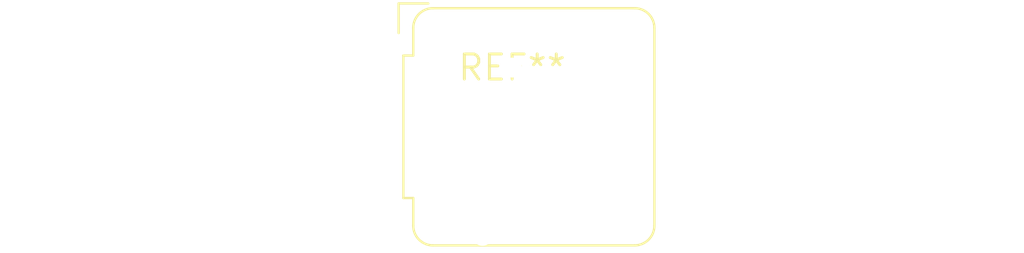
<source format=kicad_pcb>
(kicad_pcb (version 20240108) (generator pcbnew)
  (layers (0 "F.Cu" signal) (31 "B.Cu" signal) (34 "B.Paste" user) (35 "F.Paste" user) (36 "B.SilkS" user "B.Silkscreen") (37 "F.SilkS" user "F.Silkscreen") (38 "B.Mask" user) (39 "F.Mask" user) (44 "Edge.Cuts" user))
  (net 0 "")
  (footprint "JST_JWPF_B08B-JWPF-SK-R_2x04_P2.00mm_Vertical" (layer "F.Cu") (at 0 0)
    (property "Reference" "REF**")
    (property "Value" "JST_JWPF_B08B-JWPF-SK-R_2x04_P2.00mm_Vertical")
    (fp_line (start -5.75 -3.25) (end -4.25 -3.25) (layer "F.SilkS") (stroke (width 0.12)))
    (fp_line (start -5.75 -1.75) (end -5.75 -3.25) (layer "F.SilkS") (stroke (width 0.12)))
    (fp_line (start -5.51 -0.61) (end -5.51 6.61) (layer "F.SilkS") (stroke (width 0.12)))
    (fp_line (start -5.51 6.61) (end -5.01 6.61) (layer "F.SilkS") (stroke (width 0.12)))
    (fp_line (start -5.01 -2.01) (end -5.01 -0.61) (layer "F.SilkS") (stroke (width 0.12)))
    (fp_line (start -5.01 -0.61) (end -5.51 -0.61) (layer "F.SilkS") (stroke (width 0.12)))
    (fp_line (start -5.01 6.61) (end -5.01 8.01) (layer "F.SilkS") (stroke (width 0.12)))
    (fp_line (start -4.01 -3.01) (end 6.21 -3.01) (layer "F.SilkS") (stroke (width 0.12)))
    (fp_line (start -4.01 9.01) (end 6.21 9.01) (layer "F.SilkS") (stroke (width 0.12)))
    (fp_line (start 7.21 -2.01) (end 7.21 8.01) (layer "F.SilkS") (stroke (width 0.12)))
    (fp_arc (start -5.01 -2.01) (mid -4.717107 -2.717107) (end -4.01 -3.01) (layer "F.SilkS") (stroke (width 0.12)))
    (fp_arc (start -4.01 9.01) (mid -4.717107 8.717107) (end -5.01 8.01) (layer "F.SilkS") (stroke (width 0.12)))
    (fp_arc (start 6.21 -3.01) (mid 6.917107 -2.717107) (end 7.21 -2.01) (layer "F.SilkS") (stroke (width 0.12)))
    (fp_arc (start 7.21 8.01) (mid 6.917107 8.717107) (end 6.21 9.01) (layer "F.SilkS") (stroke (width 0.12)))
    (pad "" np_thru_hole circle (at -1.5 8.45) (size 1.15 1.15) (drill 1.15) (layers *.Cu *.Mask))
    (pad "1" thru_hole roundrect (at 0 0) (size 2 1.3) (drill 1) (layers *.Cu *.Mask) (remove_unused_layers) (roundrect_rratio 0.192308))
    (pad "2" thru_hole oval (at 0 2) (size 2 1.3) (drill 1) (layers *.Cu *.Mask) (remove_unused_layers))
    (pad "3" thru_hole oval (at 0 4) (size 2 1.3) (drill 1) (layers *.Cu *.Mask) (remove_unused_layers))
    (pad "4" thru_hole oval (at 0 6) (size 2 1.3) (drill 1) (layers *.Cu *.Mask) (remove_unused_layers))
    (pad "5" thru_hole oval (at 4 0) (size 2 1.3) (drill 1) (layers *.Cu *.Mask) (remove_unused_layers))
    (pad "6" thru_hole oval (at 4 2) (size 2 1.3) (drill 1) (layers *.Cu *.Mask) (remove_unused_layers))
    (pad "7" thru_hole oval (at 4 4) (size 2 1.3) (drill 1) (layers *.Cu *.Mask) (remove_unused_layers))
    (pad "8" thru_hole oval (at 4 6) (size 2 1.3) (drill 1) (layers *.Cu *.Mask) (remove_unused_layers))
  )
)
</source>
